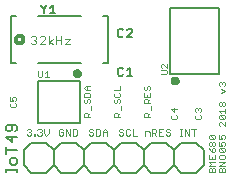
<source format=gbr>
G04 EAGLE Gerber RS-274X export*
G75*
%MOMM*%
%FSLAX34Y34*%
%LPD*%
%INSilkscreen Top*%
%IPPOS*%
%AMOC8*
5,1,8,0,0,1.08239X$1,22.5*%
G01*
%ADD10C,0.101600*%
%ADD11C,0.152400*%
%ADD12C,0.203200*%
%ADD13C,0.304800*%
%ADD14C,0.127000*%
%ADD15C,0.350000*%


D10*
X28376Y51312D02*
X29266Y52202D01*
X31045Y52202D01*
X31935Y51312D01*
X31935Y50422D01*
X31045Y49532D01*
X30155Y49532D01*
X31045Y49532D02*
X31935Y48643D01*
X31935Y47753D01*
X31045Y46863D01*
X29266Y46863D01*
X28376Y47753D01*
X34223Y47753D02*
X34223Y46863D01*
X34223Y47753D02*
X35112Y47753D01*
X35112Y46863D01*
X34223Y46863D01*
X37146Y51312D02*
X38036Y52202D01*
X39815Y52202D01*
X40705Y51312D01*
X40705Y50422D01*
X39815Y49532D01*
X38926Y49532D01*
X39815Y49532D02*
X40705Y48643D01*
X40705Y47753D01*
X39815Y46863D01*
X38036Y46863D01*
X37146Y47753D01*
X42993Y48643D02*
X42993Y52202D01*
X42993Y48643D02*
X44773Y46863D01*
X46552Y48643D01*
X46552Y52202D01*
X57907Y52202D02*
X58797Y51312D01*
X57907Y52202D02*
X56127Y52202D01*
X55238Y51312D01*
X55238Y47753D01*
X56127Y46863D01*
X57907Y46863D01*
X58797Y47753D01*
X58797Y49532D01*
X57017Y49532D01*
X61084Y46863D02*
X61084Y52202D01*
X64644Y46863D01*
X64644Y52202D01*
X66931Y52202D02*
X66931Y46863D01*
X69601Y46863D01*
X70490Y47753D01*
X70490Y51312D01*
X69601Y52202D01*
X66931Y52202D01*
X83307Y52202D02*
X84197Y51312D01*
X83307Y52202D02*
X81527Y52202D01*
X80638Y51312D01*
X80638Y50422D01*
X81527Y49532D01*
X83307Y49532D01*
X84197Y48643D01*
X84197Y47753D01*
X83307Y46863D01*
X81527Y46863D01*
X80638Y47753D01*
X86484Y46863D02*
X86484Y52202D01*
X86484Y46863D02*
X89154Y46863D01*
X90044Y47753D01*
X90044Y51312D01*
X89154Y52202D01*
X86484Y52202D01*
X92331Y50422D02*
X92331Y46863D01*
X92331Y50422D02*
X94111Y52202D01*
X95890Y50422D01*
X95890Y46863D01*
X95890Y49532D02*
X92331Y49532D01*
X108707Y52202D02*
X109597Y51312D01*
X108707Y52202D02*
X106927Y52202D01*
X106038Y51312D01*
X106038Y50422D01*
X106927Y49532D01*
X108707Y49532D01*
X109597Y48643D01*
X109597Y47753D01*
X108707Y46863D01*
X106927Y46863D01*
X106038Y47753D01*
X114554Y52202D02*
X115444Y51312D01*
X114554Y52202D02*
X112774Y52202D01*
X111884Y51312D01*
X111884Y47753D01*
X112774Y46863D01*
X114554Y46863D01*
X115444Y47753D01*
X117731Y46863D02*
X117731Y52202D01*
X117731Y46863D02*
X121290Y46863D01*
X128514Y46863D02*
X128514Y50422D01*
X131183Y50422D01*
X132073Y49532D01*
X132073Y46863D01*
X134361Y46863D02*
X134361Y52202D01*
X137030Y52202D01*
X137920Y51312D01*
X137920Y49532D01*
X137030Y48643D01*
X134361Y48643D01*
X136140Y48643D02*
X137920Y46863D01*
X140208Y52202D02*
X143767Y52202D01*
X140208Y52202D02*
X140208Y46863D01*
X143767Y46863D01*
X141987Y49532D02*
X140208Y49532D01*
X148724Y52202D02*
X149614Y51312D01*
X148724Y52202D02*
X146945Y52202D01*
X146055Y51312D01*
X146055Y50422D01*
X146945Y49532D01*
X148724Y49532D01*
X149614Y48643D01*
X149614Y47753D01*
X148724Y46863D01*
X146945Y46863D01*
X146055Y47753D01*
X157812Y46863D02*
X159592Y46863D01*
X158702Y46863D02*
X158702Y52202D01*
X157812Y52202D02*
X159592Y52202D01*
X161710Y52202D02*
X161710Y46863D01*
X165269Y46863D02*
X161710Y52202D01*
X165269Y52202D02*
X165269Y46863D01*
X169336Y46863D02*
X169336Y52202D01*
X167557Y52202D02*
X171116Y52202D01*
D11*
X19558Y18883D02*
X19558Y16002D01*
X19558Y17443D02*
X10915Y17443D01*
X10915Y18883D02*
X10915Y16002D01*
X19558Y23679D02*
X19558Y26560D01*
X18117Y28001D01*
X15236Y28001D01*
X13796Y26560D01*
X13796Y23679D01*
X15236Y22239D01*
X18117Y22239D01*
X19558Y23679D01*
X19558Y34475D02*
X10915Y34475D01*
X10915Y31594D02*
X10915Y37356D01*
X10915Y45271D02*
X19558Y45271D01*
X15236Y40949D02*
X10915Y45271D01*
X15236Y46711D02*
X15236Y40949D01*
X18117Y50304D02*
X19558Y51745D01*
X19558Y54626D01*
X18117Y56067D01*
X12355Y56067D01*
X10915Y54626D01*
X10915Y51745D01*
X12355Y50304D01*
X13796Y50304D01*
X15236Y51745D01*
X15236Y56067D01*
D10*
X182114Y15748D02*
X187198Y15748D01*
X182114Y15748D02*
X182114Y18290D01*
X182961Y19138D01*
X183808Y19138D01*
X184656Y18290D01*
X185503Y19138D01*
X186351Y19138D01*
X187198Y18290D01*
X187198Y15748D01*
X184656Y15748D02*
X184656Y18290D01*
X187198Y21361D02*
X182114Y21361D01*
X183808Y23056D01*
X182114Y24751D01*
X187198Y24751D01*
X182114Y26974D02*
X182114Y30364D01*
X182114Y26974D02*
X187198Y26974D01*
X187198Y30364D01*
X184656Y28669D02*
X184656Y26974D01*
X182961Y34282D02*
X182114Y35977D01*
X182961Y34282D02*
X184656Y32587D01*
X186351Y32587D01*
X187198Y33435D01*
X187198Y35129D01*
X186351Y35977D01*
X185503Y35977D01*
X184656Y35129D01*
X184656Y32587D01*
X182961Y38200D02*
X182114Y39048D01*
X182114Y40743D01*
X182961Y41590D01*
X183808Y41590D01*
X184656Y40743D01*
X185503Y41590D01*
X186351Y41590D01*
X187198Y40743D01*
X187198Y39048D01*
X186351Y38200D01*
X185503Y38200D01*
X184656Y39048D01*
X183808Y38200D01*
X182961Y38200D01*
X184656Y39048D02*
X184656Y40743D01*
X186351Y43813D02*
X182961Y43813D01*
X182114Y44661D01*
X182114Y46356D01*
X182961Y47203D01*
X186351Y47203D01*
X187198Y46356D01*
X187198Y44661D01*
X186351Y43813D01*
X182961Y47203D01*
X191258Y15748D02*
X196342Y15748D01*
X191258Y15748D02*
X191258Y18290D01*
X192105Y19138D01*
X192952Y19138D01*
X193800Y18290D01*
X194647Y19138D01*
X195495Y19138D01*
X196342Y18290D01*
X196342Y15748D01*
X193800Y15748D02*
X193800Y18290D01*
X196342Y21361D02*
X191258Y21361D01*
X196342Y24751D01*
X191258Y24751D01*
X191258Y27822D02*
X191258Y29516D01*
X191258Y27822D02*
X192105Y26974D01*
X195495Y26974D01*
X196342Y27822D01*
X196342Y29516D01*
X195495Y30364D01*
X192105Y30364D01*
X191258Y29516D01*
X192105Y32587D02*
X195495Y32587D01*
X192105Y32587D02*
X191258Y33435D01*
X191258Y35129D01*
X192105Y35977D01*
X195495Y35977D01*
X196342Y35129D01*
X196342Y33435D01*
X195495Y32587D01*
X192105Y35977D01*
X191258Y38200D02*
X191258Y41590D01*
X191258Y38200D02*
X193800Y38200D01*
X192952Y39895D01*
X192952Y40743D01*
X193800Y41590D01*
X195495Y41590D01*
X196342Y40743D01*
X196342Y39048D01*
X195495Y38200D01*
X191258Y43813D02*
X191258Y47203D01*
X191258Y43813D02*
X193800Y43813D01*
X192952Y45508D01*
X192952Y46356D01*
X193800Y47203D01*
X195495Y47203D01*
X196342Y46356D01*
X196342Y44661D01*
X195495Y43813D01*
X196342Y55040D02*
X196342Y58429D01*
X196342Y55040D02*
X192952Y58429D01*
X192105Y58429D01*
X191258Y57582D01*
X191258Y55887D01*
X192105Y55040D01*
X192105Y60653D02*
X195495Y60653D01*
X192105Y60653D02*
X191258Y61500D01*
X191258Y63195D01*
X192105Y64042D01*
X195495Y64042D01*
X196342Y63195D01*
X196342Y61500D01*
X195495Y60653D01*
X192105Y64042D01*
X192952Y66266D02*
X191258Y67961D01*
X196342Y67961D01*
X196342Y69655D02*
X196342Y66266D01*
X192105Y71879D02*
X191258Y72726D01*
X191258Y74421D01*
X192105Y75269D01*
X192952Y75269D01*
X193800Y74421D01*
X194647Y75269D01*
X195495Y75269D01*
X196342Y74421D01*
X196342Y72726D01*
X195495Y71879D01*
X194647Y71879D01*
X193800Y72726D01*
X192952Y71879D01*
X192105Y71879D01*
X193800Y72726D02*
X193800Y74421D01*
X192952Y83105D02*
X196342Y84800D01*
X192952Y86495D01*
X192105Y88718D02*
X191258Y89566D01*
X191258Y91260D01*
X192105Y92108D01*
X192952Y92108D01*
X193800Y91260D01*
X193800Y90413D01*
X193800Y91260D02*
X194647Y92108D01*
X195495Y92108D01*
X196342Y91260D01*
X196342Y89566D01*
X195495Y88718D01*
D12*
X96880Y108270D02*
X92880Y108270D01*
X96880Y108270D02*
X96880Y148270D01*
X92880Y148270D01*
X73880Y148270D02*
X37880Y148270D01*
X37880Y108270D02*
X73880Y108270D01*
X18880Y108270D02*
X14880Y108270D01*
X14880Y148270D01*
X18880Y148270D01*
D13*
X18865Y128016D02*
X18867Y128129D01*
X18873Y128243D01*
X18883Y128356D01*
X18897Y128468D01*
X18915Y128581D01*
X18936Y128692D01*
X18962Y128802D01*
X18992Y128912D01*
X19025Y129020D01*
X19062Y129128D01*
X19103Y129234D01*
X19148Y129338D01*
X19196Y129441D01*
X19248Y129542D01*
X19303Y129641D01*
X19362Y129738D01*
X19424Y129833D01*
X19489Y129925D01*
X19558Y130016D01*
X19630Y130104D01*
X19704Y130189D01*
X19782Y130272D01*
X19863Y130352D01*
X19946Y130429D01*
X20032Y130503D01*
X20121Y130574D01*
X20211Y130642D01*
X20305Y130706D01*
X20400Y130767D01*
X20498Y130825D01*
X20597Y130880D01*
X20699Y130931D01*
X20802Y130978D01*
X20907Y131022D01*
X21013Y131062D01*
X21121Y131098D01*
X21229Y131130D01*
X21339Y131159D01*
X21450Y131183D01*
X21561Y131204D01*
X21674Y131221D01*
X21786Y131234D01*
X21900Y131243D01*
X22013Y131248D01*
X22126Y131249D01*
X22240Y131246D01*
X22353Y131239D01*
X22466Y131228D01*
X22579Y131213D01*
X22690Y131194D01*
X22802Y131172D01*
X22912Y131145D01*
X23021Y131114D01*
X23129Y131080D01*
X23236Y131042D01*
X23342Y131000D01*
X23446Y130955D01*
X23548Y130906D01*
X23649Y130853D01*
X23747Y130797D01*
X23844Y130737D01*
X23938Y130674D01*
X24030Y130608D01*
X24120Y130539D01*
X24207Y130466D01*
X24292Y130391D01*
X24374Y130312D01*
X24453Y130231D01*
X24529Y130147D01*
X24603Y130060D01*
X24673Y129971D01*
X24740Y129879D01*
X24804Y129786D01*
X24864Y129689D01*
X24921Y129591D01*
X24975Y129491D01*
X25025Y129389D01*
X25071Y129286D01*
X25114Y129181D01*
X25153Y129074D01*
X25188Y128966D01*
X25220Y128857D01*
X25247Y128747D01*
X25271Y128636D01*
X25291Y128525D01*
X25307Y128412D01*
X25319Y128299D01*
X25327Y128186D01*
X25331Y128073D01*
X25331Y127959D01*
X25327Y127846D01*
X25319Y127733D01*
X25307Y127620D01*
X25291Y127507D01*
X25271Y127396D01*
X25247Y127285D01*
X25220Y127175D01*
X25188Y127066D01*
X25153Y126958D01*
X25114Y126851D01*
X25071Y126746D01*
X25025Y126643D01*
X24975Y126541D01*
X24921Y126441D01*
X24864Y126343D01*
X24804Y126246D01*
X24740Y126153D01*
X24673Y126061D01*
X24603Y125972D01*
X24529Y125885D01*
X24453Y125801D01*
X24374Y125720D01*
X24292Y125641D01*
X24207Y125566D01*
X24120Y125493D01*
X24030Y125424D01*
X23938Y125358D01*
X23844Y125295D01*
X23747Y125235D01*
X23649Y125179D01*
X23548Y125126D01*
X23446Y125077D01*
X23342Y125032D01*
X23236Y124990D01*
X23129Y124952D01*
X23021Y124918D01*
X22912Y124887D01*
X22802Y124860D01*
X22690Y124838D01*
X22579Y124819D01*
X22466Y124804D01*
X22353Y124793D01*
X22240Y124786D01*
X22126Y124783D01*
X22013Y124784D01*
X21900Y124789D01*
X21786Y124798D01*
X21674Y124811D01*
X21561Y124828D01*
X21450Y124849D01*
X21339Y124873D01*
X21229Y124902D01*
X21121Y124934D01*
X21013Y124970D01*
X20907Y125010D01*
X20802Y125054D01*
X20699Y125101D01*
X20597Y125152D01*
X20498Y125207D01*
X20400Y125265D01*
X20305Y125326D01*
X20211Y125390D01*
X20121Y125458D01*
X20032Y125529D01*
X19946Y125603D01*
X19863Y125680D01*
X19782Y125760D01*
X19704Y125843D01*
X19630Y125928D01*
X19558Y126016D01*
X19489Y126107D01*
X19424Y126199D01*
X19362Y126294D01*
X19303Y126391D01*
X19248Y126490D01*
X19196Y126591D01*
X19148Y126694D01*
X19103Y126798D01*
X19062Y126904D01*
X19025Y127012D01*
X18992Y127120D01*
X18962Y127230D01*
X18936Y127340D01*
X18915Y127451D01*
X18897Y127564D01*
X18883Y127676D01*
X18873Y127789D01*
X18867Y127903D01*
X18865Y128016D01*
D14*
X40227Y156377D02*
X40227Y157521D01*
X40227Y156377D02*
X42515Y154089D01*
X44803Y156377D01*
X44803Y157521D01*
X42515Y154089D02*
X42515Y150657D01*
X47711Y155233D02*
X49999Y157521D01*
X49999Y150657D01*
X47711Y150657D02*
X52287Y150657D01*
D10*
X32781Y131168D02*
X31595Y129982D01*
X32781Y131168D02*
X35154Y131168D01*
X36340Y129982D01*
X36340Y128795D01*
X35154Y127609D01*
X33967Y127609D01*
X35154Y127609D02*
X36340Y126423D01*
X36340Y125236D01*
X35154Y124050D01*
X32781Y124050D01*
X31595Y125236D01*
X39079Y124050D02*
X43824Y124050D01*
X39079Y124050D02*
X43824Y128795D01*
X43824Y129982D01*
X42638Y131168D01*
X40265Y131168D01*
X39079Y129982D01*
X46563Y131168D02*
X46563Y124050D01*
X46563Y126423D02*
X50122Y124050D01*
X46563Y126423D02*
X50122Y128795D01*
X52800Y131168D02*
X52800Y124050D01*
X52800Y127609D02*
X57545Y127609D01*
X57545Y131168D02*
X57545Y124050D01*
X60284Y128795D02*
X65029Y128795D01*
X60284Y124050D01*
X65029Y124050D01*
D14*
X108860Y104400D02*
X110004Y103256D01*
X108860Y104400D02*
X106572Y104400D01*
X105428Y103256D01*
X105428Y98680D01*
X106572Y97536D01*
X108860Y97536D01*
X110004Y98680D01*
X112912Y102112D02*
X115200Y104400D01*
X115200Y97536D01*
X112912Y97536D02*
X117488Y97536D01*
X110004Y135768D02*
X108860Y136912D01*
X106572Y136912D01*
X105428Y135768D01*
X105428Y131192D01*
X106572Y130048D01*
X108860Y130048D01*
X110004Y131192D01*
X112912Y130048D02*
X117488Y130048D01*
X112912Y130048D02*
X117488Y134624D01*
X117488Y135768D01*
X116344Y136912D01*
X114056Y136912D01*
X112912Y135768D01*
D10*
X171404Y64223D02*
X170557Y63375D01*
X170557Y61680D01*
X171404Y60833D01*
X174794Y60833D01*
X175641Y61680D01*
X175641Y63375D01*
X174794Y64223D01*
X171404Y66446D02*
X170557Y67293D01*
X170557Y68988D01*
X171404Y69836D01*
X172251Y69836D01*
X173099Y68988D01*
X173099Y68141D01*
X173099Y68988D02*
X173946Y69836D01*
X174794Y69836D01*
X175641Y68988D01*
X175641Y67293D01*
X174794Y66446D01*
X151338Y64223D02*
X150491Y63375D01*
X150491Y61680D01*
X151338Y60833D01*
X154728Y60833D01*
X155575Y61680D01*
X155575Y63375D01*
X154728Y64223D01*
X155575Y68988D02*
X150491Y68988D01*
X153033Y66446D01*
X153033Y69836D01*
X14409Y74130D02*
X13562Y73282D01*
X13562Y71587D01*
X14409Y70740D01*
X17799Y70740D01*
X18646Y71587D01*
X18646Y73282D01*
X17799Y74130D01*
X13562Y76353D02*
X13562Y79743D01*
X13562Y76353D02*
X16104Y76353D01*
X15256Y78048D01*
X15256Y78895D01*
X16104Y79743D01*
X17799Y79743D01*
X18646Y78895D01*
X18646Y77200D01*
X17799Y76353D01*
D11*
X107950Y40640D02*
X120650Y40640D01*
X127000Y34290D01*
X127000Y21590D01*
X120650Y15240D01*
X127000Y34290D02*
X133350Y40640D01*
X146050Y40640D01*
X152400Y34290D01*
X152400Y21590D01*
X146050Y15240D01*
X133350Y15240D01*
X127000Y21590D01*
X82550Y40640D02*
X76200Y34290D01*
X82550Y40640D02*
X95250Y40640D01*
X101600Y34290D01*
X101600Y21590D01*
X95250Y15240D01*
X82550Y15240D01*
X76200Y21590D01*
X101600Y34290D02*
X107950Y40640D01*
X101600Y21590D02*
X107950Y15240D01*
X120650Y15240D01*
X44450Y40640D02*
X31750Y40640D01*
X44450Y40640D02*
X50800Y34290D01*
X50800Y21590D01*
X44450Y15240D01*
X50800Y34290D02*
X57150Y40640D01*
X69850Y40640D01*
X76200Y34290D01*
X76200Y21590D01*
X69850Y15240D01*
X57150Y15240D01*
X50800Y21590D01*
X25400Y21590D02*
X25400Y34290D01*
X31750Y40640D01*
X25400Y21590D02*
X31750Y15240D01*
X44450Y15240D01*
X158750Y40640D02*
X171450Y40640D01*
X177800Y34290D01*
X177800Y21590D01*
X171450Y15240D01*
X152400Y34290D02*
X158750Y40640D01*
X152400Y21590D02*
X158750Y15240D01*
X171450Y15240D01*
D10*
X82042Y62738D02*
X76958Y62738D01*
X76958Y65280D01*
X77805Y66128D01*
X79500Y66128D01*
X80347Y65280D01*
X80347Y62738D01*
X80347Y64433D02*
X82042Y66128D01*
X82889Y68351D02*
X82889Y71741D01*
X77805Y77354D02*
X76958Y76506D01*
X76958Y74812D01*
X77805Y73964D01*
X78652Y73964D01*
X79500Y74812D01*
X79500Y76506D01*
X80347Y77354D01*
X81195Y77354D01*
X82042Y76506D01*
X82042Y74812D01*
X81195Y73964D01*
X82042Y79577D02*
X76958Y79577D01*
X82042Y79577D02*
X82042Y82119D01*
X81195Y82967D01*
X77805Y82967D01*
X76958Y82119D01*
X76958Y79577D01*
X78652Y85190D02*
X82042Y85190D01*
X78652Y85190D02*
X76958Y86885D01*
X78652Y88580D01*
X82042Y88580D01*
X79500Y88580D02*
X79500Y85190D01*
X102358Y62738D02*
X107442Y62738D01*
X102358Y62738D02*
X102358Y65280D01*
X103205Y66128D01*
X104900Y66128D01*
X105747Y65280D01*
X105747Y62738D01*
X105747Y64433D02*
X107442Y66128D01*
X108289Y68351D02*
X108289Y71741D01*
X103205Y77354D02*
X102358Y76506D01*
X102358Y74812D01*
X103205Y73964D01*
X104052Y73964D01*
X104900Y74812D01*
X104900Y76506D01*
X105747Y77354D01*
X106595Y77354D01*
X107442Y76506D01*
X107442Y74812D01*
X106595Y73964D01*
X102358Y82119D02*
X103205Y82967D01*
X102358Y82119D02*
X102358Y80425D01*
X103205Y79577D01*
X106595Y79577D01*
X107442Y80425D01*
X107442Y82119D01*
X106595Y82967D01*
X107442Y85190D02*
X102358Y85190D01*
X107442Y85190D02*
X107442Y88580D01*
X127758Y62738D02*
X132842Y62738D01*
X127758Y62738D02*
X127758Y65280D01*
X128605Y66128D01*
X130300Y66128D01*
X131147Y65280D01*
X131147Y62738D01*
X131147Y64433D02*
X132842Y66128D01*
X133689Y68351D02*
X133689Y71741D01*
X132842Y73964D02*
X127758Y73964D01*
X127758Y76506D01*
X128605Y77354D01*
X130300Y77354D01*
X131147Y76506D01*
X131147Y73964D01*
X131147Y75659D02*
X132842Y77354D01*
X127758Y79577D02*
X127758Y82967D01*
X127758Y79577D02*
X132842Y79577D01*
X132842Y82967D01*
X130300Y81272D02*
X130300Y79577D01*
X127758Y87733D02*
X128605Y88580D01*
X127758Y87733D02*
X127758Y86038D01*
X128605Y85190D01*
X129452Y85190D01*
X130300Y86038D01*
X130300Y87733D01*
X131147Y88580D01*
X131995Y88580D01*
X132842Y87733D01*
X132842Y86038D01*
X131995Y85190D01*
D15*
X151805Y92944D02*
X151807Y93033D01*
X151813Y93122D01*
X151823Y93211D01*
X151837Y93299D01*
X151854Y93386D01*
X151876Y93472D01*
X151902Y93558D01*
X151931Y93642D01*
X151964Y93725D01*
X152000Y93806D01*
X152041Y93886D01*
X152084Y93963D01*
X152131Y94039D01*
X152182Y94112D01*
X152235Y94183D01*
X152292Y94252D01*
X152352Y94318D01*
X152415Y94382D01*
X152480Y94442D01*
X152548Y94500D01*
X152619Y94554D01*
X152692Y94605D01*
X152767Y94653D01*
X152844Y94698D01*
X152923Y94739D01*
X153004Y94776D01*
X153086Y94810D01*
X153170Y94841D01*
X153255Y94867D01*
X153341Y94890D01*
X153428Y94908D01*
X153516Y94923D01*
X153605Y94934D01*
X153694Y94941D01*
X153783Y94944D01*
X153872Y94943D01*
X153961Y94938D01*
X154049Y94929D01*
X154138Y94916D01*
X154225Y94899D01*
X154312Y94879D01*
X154398Y94854D01*
X154482Y94826D01*
X154565Y94794D01*
X154647Y94758D01*
X154727Y94719D01*
X154805Y94676D01*
X154881Y94630D01*
X154955Y94580D01*
X155027Y94527D01*
X155096Y94471D01*
X155163Y94412D01*
X155227Y94350D01*
X155288Y94286D01*
X155347Y94218D01*
X155402Y94148D01*
X155454Y94076D01*
X155503Y94001D01*
X155548Y93925D01*
X155590Y93846D01*
X155628Y93766D01*
X155663Y93684D01*
X155694Y93600D01*
X155722Y93515D01*
X155745Y93429D01*
X155765Y93342D01*
X155781Y93255D01*
X155793Y93166D01*
X155801Y93078D01*
X155805Y92989D01*
X155805Y92899D01*
X155801Y92810D01*
X155793Y92722D01*
X155781Y92633D01*
X155765Y92546D01*
X155745Y92459D01*
X155722Y92373D01*
X155694Y92288D01*
X155663Y92204D01*
X155628Y92122D01*
X155590Y92042D01*
X155548Y91963D01*
X155503Y91887D01*
X155454Y91812D01*
X155402Y91740D01*
X155347Y91670D01*
X155288Y91602D01*
X155227Y91538D01*
X155163Y91476D01*
X155096Y91417D01*
X155027Y91361D01*
X154955Y91308D01*
X154881Y91258D01*
X154805Y91212D01*
X154727Y91169D01*
X154647Y91130D01*
X154565Y91094D01*
X154482Y91062D01*
X154398Y91034D01*
X154312Y91009D01*
X154225Y90989D01*
X154138Y90972D01*
X154049Y90959D01*
X153961Y90950D01*
X153872Y90945D01*
X153783Y90944D01*
X153694Y90947D01*
X153605Y90954D01*
X153516Y90965D01*
X153428Y90980D01*
X153341Y90998D01*
X153255Y91021D01*
X153170Y91047D01*
X153086Y91078D01*
X153004Y91112D01*
X152923Y91149D01*
X152844Y91190D01*
X152767Y91235D01*
X152692Y91283D01*
X152619Y91334D01*
X152548Y91388D01*
X152480Y91446D01*
X152415Y91506D01*
X152352Y91570D01*
X152292Y91636D01*
X152235Y91705D01*
X152182Y91776D01*
X152131Y91849D01*
X152084Y91925D01*
X152041Y92002D01*
X152000Y92082D01*
X151964Y92163D01*
X151931Y92246D01*
X151902Y92330D01*
X151876Y92416D01*
X151854Y92502D01*
X151837Y92589D01*
X151823Y92677D01*
X151813Y92766D01*
X151807Y92855D01*
X151805Y92944D01*
D14*
X149205Y98644D02*
X149205Y154644D01*
X191205Y154644D01*
X191205Y98644D01*
X149205Y98644D01*
D10*
X146370Y98752D02*
X142133Y98752D01*
X146370Y98752D02*
X147217Y99600D01*
X147217Y101295D01*
X146370Y102142D01*
X142133Y102142D01*
X147217Y104366D02*
X147217Y107755D01*
X147217Y104366D02*
X143828Y107755D01*
X142980Y107755D01*
X142133Y106908D01*
X142133Y105213D01*
X142980Y104366D01*
D15*
X69028Y99208D02*
X69030Y99297D01*
X69036Y99386D01*
X69046Y99475D01*
X69060Y99563D01*
X69077Y99650D01*
X69099Y99736D01*
X69125Y99822D01*
X69154Y99906D01*
X69187Y99989D01*
X69223Y100070D01*
X69264Y100150D01*
X69307Y100227D01*
X69354Y100303D01*
X69405Y100376D01*
X69458Y100447D01*
X69515Y100516D01*
X69575Y100582D01*
X69638Y100646D01*
X69703Y100706D01*
X69771Y100764D01*
X69842Y100818D01*
X69915Y100869D01*
X69990Y100917D01*
X70067Y100962D01*
X70146Y101003D01*
X70227Y101040D01*
X70309Y101074D01*
X70393Y101105D01*
X70478Y101131D01*
X70564Y101154D01*
X70651Y101172D01*
X70739Y101187D01*
X70828Y101198D01*
X70917Y101205D01*
X71006Y101208D01*
X71095Y101207D01*
X71184Y101202D01*
X71272Y101193D01*
X71361Y101180D01*
X71448Y101163D01*
X71535Y101143D01*
X71621Y101118D01*
X71705Y101090D01*
X71788Y101058D01*
X71870Y101022D01*
X71950Y100983D01*
X72028Y100940D01*
X72104Y100894D01*
X72178Y100844D01*
X72250Y100791D01*
X72319Y100735D01*
X72386Y100676D01*
X72450Y100614D01*
X72511Y100550D01*
X72570Y100482D01*
X72625Y100412D01*
X72677Y100340D01*
X72726Y100265D01*
X72771Y100189D01*
X72813Y100110D01*
X72851Y100030D01*
X72886Y99948D01*
X72917Y99864D01*
X72945Y99779D01*
X72968Y99693D01*
X72988Y99606D01*
X73004Y99519D01*
X73016Y99430D01*
X73024Y99342D01*
X73028Y99253D01*
X73028Y99163D01*
X73024Y99074D01*
X73016Y98986D01*
X73004Y98897D01*
X72988Y98810D01*
X72968Y98723D01*
X72945Y98637D01*
X72917Y98552D01*
X72886Y98468D01*
X72851Y98386D01*
X72813Y98306D01*
X72771Y98227D01*
X72726Y98151D01*
X72677Y98076D01*
X72625Y98004D01*
X72570Y97934D01*
X72511Y97866D01*
X72450Y97802D01*
X72386Y97740D01*
X72319Y97681D01*
X72250Y97625D01*
X72178Y97572D01*
X72104Y97522D01*
X72028Y97476D01*
X71950Y97433D01*
X71870Y97394D01*
X71788Y97358D01*
X71705Y97326D01*
X71621Y97298D01*
X71535Y97273D01*
X71448Y97253D01*
X71361Y97236D01*
X71272Y97223D01*
X71184Y97214D01*
X71095Y97209D01*
X71006Y97208D01*
X70917Y97211D01*
X70828Y97218D01*
X70739Y97229D01*
X70651Y97244D01*
X70564Y97262D01*
X70478Y97285D01*
X70393Y97311D01*
X70309Y97342D01*
X70227Y97376D01*
X70146Y97413D01*
X70067Y97454D01*
X69990Y97499D01*
X69915Y97547D01*
X69842Y97598D01*
X69771Y97652D01*
X69703Y97710D01*
X69638Y97770D01*
X69575Y97834D01*
X69515Y97900D01*
X69458Y97969D01*
X69405Y98040D01*
X69354Y98113D01*
X69307Y98189D01*
X69264Y98266D01*
X69223Y98346D01*
X69187Y98427D01*
X69154Y98510D01*
X69125Y98594D01*
X69099Y98680D01*
X69077Y98766D01*
X69060Y98853D01*
X69046Y98941D01*
X69036Y99030D01*
X69030Y99119D01*
X69028Y99208D01*
D14*
X73480Y93380D02*
X37920Y93380D01*
X73480Y93380D02*
X73480Y57820D01*
X37920Y57820D01*
X37920Y93380D01*
D10*
X38001Y96998D02*
X38001Y101235D01*
X38001Y96998D02*
X38849Y96150D01*
X40543Y96150D01*
X41391Y96998D01*
X41391Y101235D01*
X43614Y99540D02*
X45309Y101235D01*
X45309Y96150D01*
X43614Y96150D02*
X47004Y96150D01*
M02*

</source>
